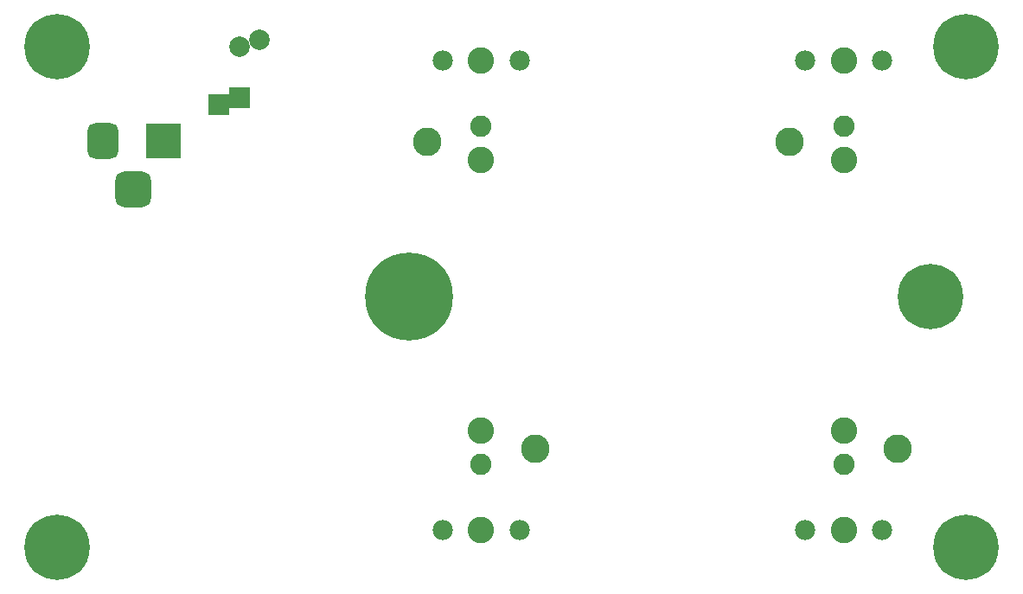
<source format=gbs>
G04 #@! TF.GenerationSoftware,KiCad,Pcbnew,8.0.3-8.0.3-0~ubuntu22.04.1*
G04 #@! TF.CreationDate,2024-07-07T23:08:19+03:00*
G04 #@! TF.ProjectId,riaa-preamp,72696161-2d70-4726-9561-6d702e6b6963,rev?*
G04 #@! TF.SameCoordinates,Original*
G04 #@! TF.FileFunction,Soldermask,Bot*
G04 #@! TF.FilePolarity,Negative*
%FSLAX46Y46*%
G04 Gerber Fmt 4.6, Leading zero omitted, Abs format (unit mm)*
G04 Created by KiCad (PCBNEW 8.0.3-8.0.3-0~ubuntu22.04.1) date 2024-07-07 23:08:19*
%MOMM*%
%LPD*%
G01*
G04 APERTURE LIST*
G04 Aperture macros list*
%AMRoundRect*
0 Rectangle with rounded corners*
0 $1 Rounding radius*
0 $2 $3 $4 $5 $6 $7 $8 $9 X,Y pos of 4 corners*
0 Add a 4 corners polygon primitive as box body*
4,1,4,$2,$3,$4,$5,$6,$7,$8,$9,$2,$3,0*
0 Add four circle primitives for the rounded corners*
1,1,$1+$1,$2,$3*
1,1,$1+$1,$4,$5*
1,1,$1+$1,$6,$7*
1,1,$1+$1,$8,$9*
0 Add four rect primitives between the rounded corners*
20,1,$1+$1,$2,$3,$4,$5,0*
20,1,$1+$1,$4,$5,$6,$7,0*
20,1,$1+$1,$6,$7,$8,$9,0*
20,1,$1+$1,$8,$9,$2,$3,0*%
G04 Aperture macros list end*
%ADD10C,1.981200*%
%ADD11C,2.082800*%
%ADD12C,2.590800*%
%ADD13C,2.794000*%
%ADD14C,0.800000*%
%ADD15C,6.400000*%
%ADD16R,3.500000X3.500000*%
%ADD17RoundRect,0.750000X-0.750000X-1.000000X0.750000X-1.000000X0.750000X1.000000X-0.750000X1.000000X0*%
%ADD18RoundRect,0.875000X-0.875000X-0.875000X0.875000X-0.875000X0.875000X0.875000X-0.875000X0.875000X0*%
%ADD19R,2.000000X2.000000*%
%ADD20C,2.000000*%
%ADD21C,0.900000*%
%ADD22C,8.600000*%
G04 APERTURE END LIST*
D10*
X184271200Y-104809800D03*
X176778200Y-104809800D03*
D11*
X180524700Y-111312200D03*
D12*
X180524700Y-104809800D03*
X180524700Y-114614200D03*
D13*
X175216100Y-112810800D03*
D14*
X186621000Y-128000000D03*
X187323944Y-126302944D03*
X187323944Y-129697056D03*
X189021000Y-125600000D03*
D15*
X189021000Y-128000000D03*
D14*
X189021000Y-130400000D03*
X190718056Y-126302944D03*
X190718056Y-129697056D03*
X191421000Y-128000000D03*
X190100000Y-103500000D03*
X190802944Y-101802944D03*
X190802944Y-105197056D03*
X192500000Y-101100000D03*
D15*
X192500000Y-103500000D03*
D14*
X192500000Y-105900000D03*
X194197056Y-101802944D03*
X194197056Y-105197056D03*
X194900000Y-103500000D03*
D16*
X113950000Y-112760000D03*
D17*
X107950000Y-112760000D03*
D18*
X110950000Y-117460000D03*
D14*
X101100000Y-152500000D03*
X101802944Y-150802944D03*
X101802944Y-154197056D03*
X103500000Y-150100000D03*
D15*
X103500000Y-152500000D03*
D14*
X103500000Y-154900000D03*
X105197056Y-150802944D03*
X105197056Y-154197056D03*
X105900000Y-152500000D03*
D10*
X176778200Y-150860000D03*
X184271200Y-150860000D03*
D11*
X180524700Y-144357600D03*
D12*
X180524700Y-150860000D03*
X180524700Y-141055600D03*
D13*
X185833300Y-142859000D03*
D19*
X119330000Y-109183821D03*
X121330000Y-108511677D03*
D20*
X121330000Y-103511677D03*
X123330000Y-102839533D03*
D14*
X190100000Y-152500000D03*
X190802944Y-150802944D03*
X190802944Y-154197056D03*
X192500000Y-150100000D03*
D15*
X192500000Y-152500000D03*
D14*
X192500000Y-154900000D03*
X194197056Y-150802944D03*
X194197056Y-154197056D03*
X194900000Y-152500000D03*
D10*
X148774700Y-104809800D03*
X141281700Y-104809800D03*
D11*
X145028200Y-111312200D03*
D12*
X145028200Y-104809800D03*
X145028200Y-114614200D03*
D13*
X139719600Y-112810800D03*
D14*
X101100000Y-103500000D03*
X101802944Y-101802944D03*
X101802944Y-105197056D03*
X103500000Y-101100000D03*
D15*
X103500000Y-103500000D03*
D14*
X103500000Y-105900000D03*
X105197056Y-101802944D03*
X105197056Y-105197056D03*
X105900000Y-103500000D03*
D21*
X134742000Y-127953944D03*
X135686581Y-125673525D03*
X135686581Y-130234363D03*
X137967000Y-124728944D03*
D22*
X137967000Y-127953944D03*
D21*
X137967000Y-131178944D03*
X140247419Y-125673525D03*
X140247419Y-130234363D03*
X141192000Y-127953944D03*
D10*
X141281700Y-150860000D03*
X148774700Y-150860000D03*
D11*
X145028200Y-144357600D03*
D12*
X145028200Y-150860000D03*
X145028200Y-141055600D03*
D13*
X150336800Y-142859000D03*
M02*

</source>
